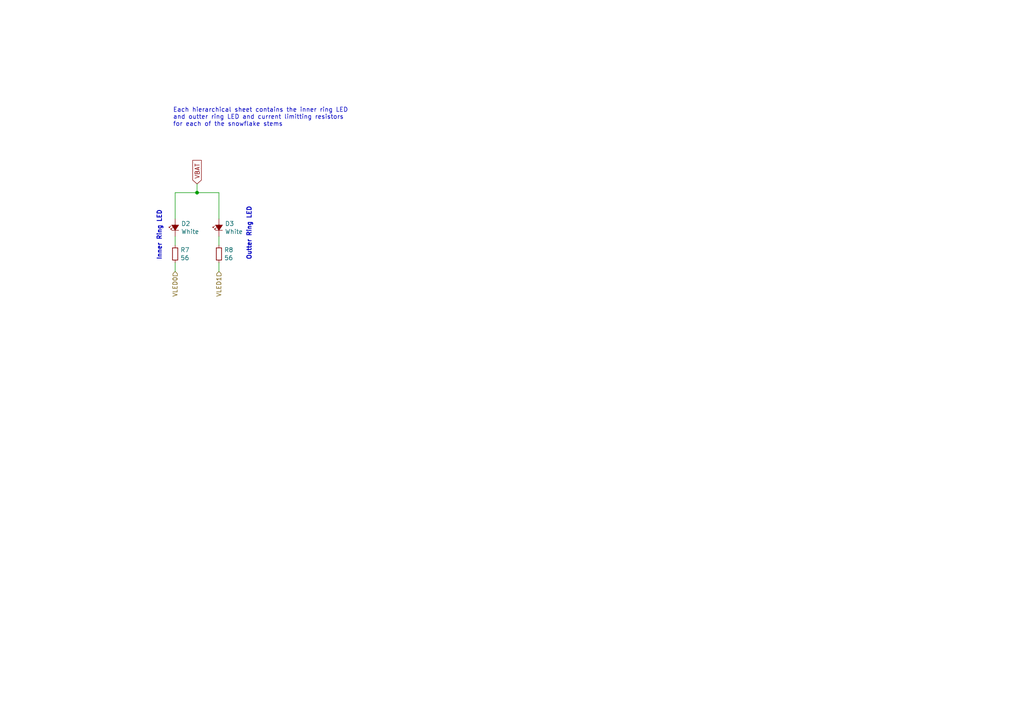
<source format=kicad_sch>
(kicad_sch (version 20230121) (generator eeschema)
  (paper "A4")
  (title_block (title "Snowflake") (date "${TODAY}") (rev "1.1.0") (comment 1 "Docs Generated from commit ${GIT_HASH}"))
  (lib_symbols
    (symbol "Snowflake:LED_Small_ALT" (pin_numbers hide) (pin_names (offset 0.254) hide)
      (property "Reference" "D" (at -1.27 3.175 0))
      (property "Value" "LED_Small_ALT" (at -4.445 -2.54 0))
      (symbol "LED_Small_ALT_0_1"
        (polyline (pts (xy -0.762 -1.016) (xy -0.762 1.016)))
        (polyline (pts (xy 1.016 0) (xy -0.762 0)))
        (polyline (pts (xy 0.762 -1.016) (xy -0.762 0) (xy 0.762 1.016) (xy 0.762 -1.016)) (fill (type outline)))
        (polyline (pts (xy 0 0.762) (xy -0.508 1.27) (xy -0.254 1.27) (xy -0.508 1.27) (xy -0.508 1.016)))
        (polyline (pts (xy 0.508 1.27) (xy 0 1.778) (xy 0.254 1.778) (xy 0 1.778) (xy 0 1.524)))
      )
      (symbol "LED_Small_ALT_1_1"
        (pin passive line (at 2.54 0 180) (length 1.778) (name "A") (number "A"))
        (pin passive line (at -2.54 0 0) (length 1.778) (name "K") (number "K"))
      )
    )
    (symbol "Snowflake:R_Small" (pin_numbers hide) (pin_names (offset 0.254) hide)
      (property "Reference" "R" (at 0.762 0.508 0))
      (property "Value" "R_Small" (at 0.762 -1.016 0))
      (symbol "R_Small_0_1"
        (rectangle (start -0.762 1.778) (end 0.762 -1.778) (stroke (width 0.2032)))
      )
      (symbol "R_Small_1_1"
        (pin passive line (at 0 2.54 270) (length 0.762) (name "~") (number "1"))
        (pin passive line (at 0 -2.54 90) (length 0.762) (name "~") (number "2"))
      )
    )
  )
  (junction (at 57.15 55.88))
  (wire (pts (xy 57.15 55.88) (xy 57.15 53.34)))
  (wire (pts (xy 50.8 55.88) (xy 57.15 55.88)))
  (wire (pts (xy 63.5 76.2) (xy 63.5 78.74)))
  (wire (pts (xy 63.5 68.58) (xy 63.5 71.12)))
  (wire (pts (xy 50.8 55.88) (xy 50.8 63.5)))
  (wire (pts (xy 57.15 55.88) (xy 63.5 55.88)))
  (wire (pts (xy 50.8 76.2) (xy 50.8 78.74)))
  (wire (pts (xy 50.8 68.58) (xy 50.8 71.12)))
  (wire (pts (xy 63.5 63.5) (xy 63.5 55.88)))
  (text "Outter Ring LED" (at 73.025 75.565 90) (effects (font (size 1.27 1.27) bold) (justify left bottom)))
  (text "Inner Ring LED" (at 46.99 75.565 90) (effects (font (size 1.27 1.27) bold) (justify left bottom)))
  (text "Each hierarchical sheet contains the inner ring LED\nand outter ring LED and current limitting resistors\nfor each of the snowflake stems" (at 50.165 36.83 0) (effects (font (size 1.27 1.27)) (justify left bottom)))
  (global_label "VBAT" (shape input) (at 57.15 53.34 90) (property "Intersheetrefs" "${INTERSHEET_REFS}" (effects hide)))
  (hierarchical_label "VLED0" (shape input) (at 50.8 78.74 270))
  (hierarchical_label "VLED1" (shape input) (at 63.5 78.74 270))
  (symbol (lib_id "Snowflake:LED_Small_ALT") (at 50.8 66.04 90) (unit 1)
    (property "Reference" "D2" (at 52.5272 64.8716 90) (effects (justify right)))
    (property "Value" "White" (at 52.5272 67.183 90) (effects (justify right)))
    (property "Footprint" "Snowflake:4014_LED_HandSolder_NoSilk" (effects hide))
    (property "Package" "3014" (effects hide))
    (property "Digikey PN" "475-KWDCLMS2.EC-CXCZ-4L7M-1-20-R18CT-ND" (effects hide))
    (property "MPN" "KWDCLMS2.EC-CXCZ-4L7M" (effects hide))
    (property "Manufacturer" "Osram" (effects hide))
    (property "Farnell PN" "3625384" (effects hide))
    (instances (project "Snowflake" (path "" (reference "D2") (unit 1)) (path "" (reference "D4") (unit 1)) (path "" (reference "D6") (unit 1)) (path "" (reference "D8") (unit 1)) (path "" (reference "D10") (unit 1)) (path "" (reference "D12") (unit 1))))
  )
  (symbol (lib_id "Snowflake:R_Small") (at 50.8 73.66 0) (unit 1)
    (property "Reference" "R7" (at 52.2986 72.4916 0) (effects (justify left)))
    (property "Value" "56" (at 52.2986 74.803 0) (effects (justify left)))
    (property "Footprint" "Snowflake:0805-R_Handsolder_NoSilk" (effects hide))
    (property "Package" "0805" (effects hide))
    (property "Tolerance" "±1%" (effects hide))
    (property "Digikey PN" "311-56ARCT-ND" (effects hide))
    (property "MPN" "RC0805FR-1056RL" (effects hide))
    (property "Manufacturer" "Yageo" (effects hide))
    (property "Farnell PN" "9237330" (effects hide))
    (instances (project "Snowflake" (path "" (reference "R7") (unit 1)) (path "" (reference "R9") (unit 1)) (path "" (reference "R11") (unit 1)) (path "" (reference "R13") (unit 1)) (path "" (reference "R15") (unit 1)) (path "" (reference "R17") (unit 1))))
  )
  (symbol (lib_id "Snowflake:LED_Small_ALT") (at 63.5 66.04 90) (unit 1)
    (property "Reference" "D3" (at 65.2272 64.8716 90) (effects (justify right)))
    (property "Value" "White" (at 65.2272 67.183 90) (effects (justify right)))
    (property "Footprint" "Snowflake:4014_LED_HandSolder_NoSilk" (effects hide))
    (property "Package" "3014" (effects hide))
    (property "Digikey PN" "475-KWDCLMS2.EC-CXCZ-4L7M-1-20-R18CT-ND" (effects hide))
    (property "MPN" "KWDCLMS2.EC-CXCZ-4L7M" (effects hide))
    (property "Manufacturer" "Osram" (effects hide))
    (property "Farnell PN" "3625384" (effects hide))
    (instances (project "Snowflake" (path "" (reference "D3") (unit 1)) (path "" (reference "D5") (unit 1)) (path "" (reference "D7") (unit 1)) (path "" (reference "D9") (unit 1)) (path "" (reference "D11") (unit 1)) (path "" (reference "D13") (unit 1))))
  )
  (symbol (lib_id "Snowflake:R_Small") (at 63.5 73.66 0) (unit 1)
    (property "Reference" "R8" (at 64.9986 72.4916 0) (effects (justify left)))
    (property "Value" "56" (at 64.9986 74.803 0) (effects (justify left)))
    (property "Footprint" "Snowflake:0805-R_Handsolder_NoSilk" (effects hide))
    (property "Package" "0805" (effects hide))
    (property "Tolerance" "±1%" (effects hide))
    (property "Digikey PN" "311-56ARCT-ND" (effects hide))
    (property "MPN" "RC0805FR-1056RL" (effects hide))
    (property "Manufacturer" "Yageo" (effects hide))
    (property "Farnell PN" "9237330" (effects hide))
    (instances (project "Snowflake" (path "" (reference "R8") (unit 1)) (path "" (reference "R10") (unit 1)) (path "" (reference "R12") (unit 1)) (path "" (reference "R14") (unit 1)) (path "" (reference "R16") (unit 1)) (path "" (reference "R18") (unit 1))))
  )
)
</source>
